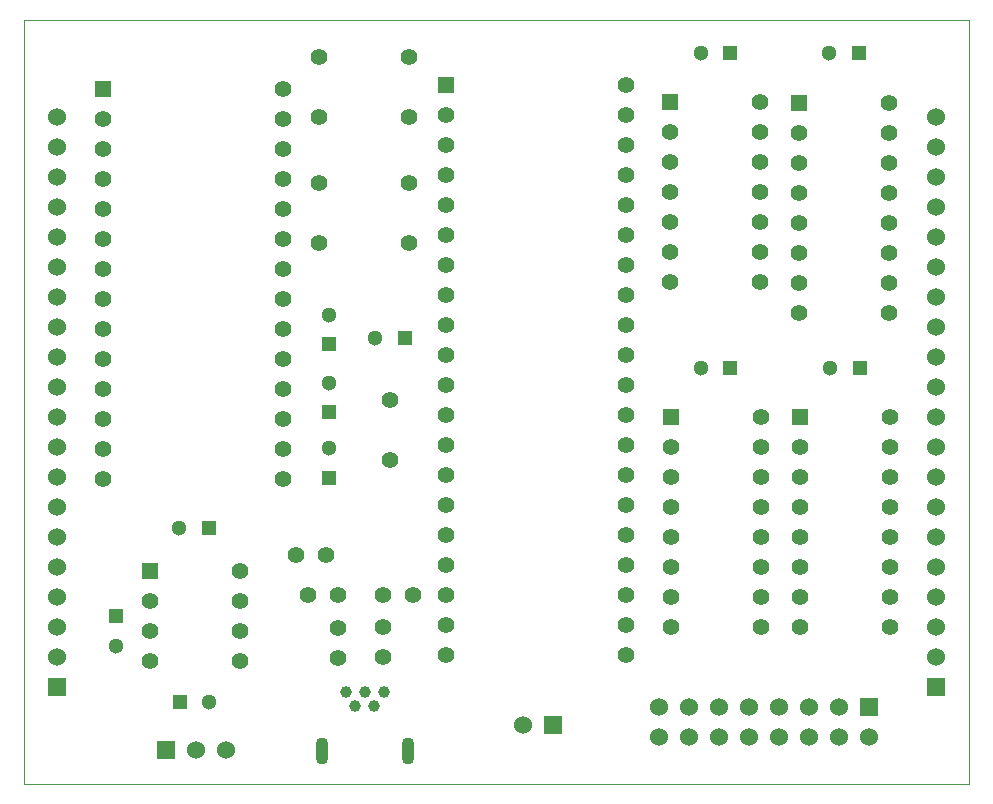
<source format=gbs>
G04 #@! TF.FileFunction,Soldermask,Bot*
%FSLAX46Y46*%
G04 Gerber Fmt 4.6, Leading zero omitted, Abs format (unit mm)*
G04 Created by KiCad (PCBNEW 4.0.0-rc2-stable) date 03.12.2015 10:46:45*
%MOMM*%
G01*
G04 APERTURE LIST*
%ADD10C,0.150000*%
%ADD11C,0.100000*%
%ADD12R,1.300000X1.300000*%
%ADD13C,1.300000*%
%ADD14R,1.397000X1.397000*%
%ADD15C,1.397000*%
%ADD16O,1.100000X2.300000*%
%ADD17C,1.000000*%
%ADD18C,1.422400*%
%ADD19R,1.524000X1.524000*%
%ADD20C,1.524000*%
G04 APERTURE END LIST*
D10*
D11*
X184607200Y-131076700D02*
X184607200Y-128587500D01*
X104622600Y-131076700D02*
X184607200Y-131076700D01*
X104622600Y-128587500D02*
X104622600Y-131076700D01*
X184607200Y-66370200D02*
X184607200Y-68872100D01*
X104622600Y-66370200D02*
X184607200Y-66370200D01*
X104622600Y-68872100D02*
X104622600Y-66370200D01*
X184607200Y-128587500D02*
X184607200Y-68872100D01*
X104622600Y-68872100D02*
X104622600Y-128587500D01*
D12*
X164414200Y-69176900D03*
D13*
X161914200Y-69176900D03*
D12*
X130390900Y-99568000D03*
D13*
X130390900Y-97068000D03*
D12*
X130390900Y-105105200D03*
D13*
X130390900Y-102605200D03*
D12*
X112433100Y-116840000D03*
D13*
X112433100Y-119340000D03*
D12*
X117805200Y-124129800D03*
D13*
X120305200Y-124129800D03*
D12*
X175285400Y-69176900D03*
D13*
X172785400Y-69176900D03*
D12*
X164414200Y-95821500D03*
D13*
X161914200Y-95821500D03*
D12*
X175348900Y-95859600D03*
D13*
X172848900Y-95859600D03*
D12*
X120256300Y-109410500D03*
D13*
X117756300Y-109410500D03*
D12*
X130390900Y-93840300D03*
D13*
X130390900Y-91340300D03*
D12*
X136842500Y-93281500D03*
D13*
X134342500Y-93281500D03*
D14*
X140322000Y-71843900D03*
D15*
X140322000Y-74383900D03*
X140322000Y-76923900D03*
X140322000Y-79463900D03*
X140322000Y-82003900D03*
X140322000Y-84543900D03*
X140322000Y-87083900D03*
X140322000Y-89623900D03*
X140322000Y-92163900D03*
X140322000Y-94703900D03*
X140322000Y-97243900D03*
X140322000Y-99783900D03*
X140322000Y-102323900D03*
X140322000Y-104863900D03*
X140322000Y-107403900D03*
X140322000Y-109943900D03*
X140322000Y-112483900D03*
X140322000Y-115023900D03*
X140322000Y-117563900D03*
X140322000Y-120103900D03*
X155562000Y-120103900D03*
X155562000Y-117563900D03*
X155562000Y-115023900D03*
X155562000Y-112483900D03*
X155562000Y-109943900D03*
X155562000Y-107403900D03*
X155562000Y-104863900D03*
X155562000Y-102323900D03*
X155562000Y-99783900D03*
X155562000Y-97243900D03*
X155562000Y-94703900D03*
X155562000Y-92163900D03*
X155562000Y-89623900D03*
X155562000Y-87083900D03*
X155562000Y-84543900D03*
X155562000Y-82003900D03*
X155562000Y-79463900D03*
X155562000Y-76923900D03*
X155562000Y-74383900D03*
X155562000Y-71843900D03*
D16*
X137114000Y-128294000D03*
X129814000Y-128294000D03*
D17*
X134264000Y-124444000D03*
X132664000Y-124444000D03*
X135064000Y-123244000D03*
X133464000Y-123244000D03*
X131864000Y-123244000D03*
D15*
X127635000Y-111633000D03*
X130175000Y-111633000D03*
X131153000Y-117805000D03*
X131153000Y-120345000D03*
X134976000Y-117792000D03*
X134976000Y-120332000D03*
X137198000Y-69469000D03*
X137198000Y-74549000D03*
X129578000Y-69469000D03*
X129578000Y-74549000D03*
X137198000Y-80162400D03*
X137198000Y-85242400D03*
X129578000Y-80162400D03*
X129578000Y-85242400D03*
D14*
X159322000Y-73342500D03*
D15*
X159322000Y-75882500D03*
X159322000Y-78422500D03*
X159322000Y-80962500D03*
X159322000Y-83502500D03*
X159322000Y-86042500D03*
X159322000Y-88582500D03*
X166942000Y-88582500D03*
X166942000Y-86042500D03*
X166942000Y-83502500D03*
X166942000Y-80962500D03*
X166942000Y-78422500D03*
X166942000Y-75882500D03*
X166942000Y-73342500D03*
D14*
X115252000Y-113030000D03*
D15*
X115252000Y-115570000D03*
X115252000Y-118110000D03*
X115252000Y-120650000D03*
X122872000Y-120650000D03*
X122872000Y-118110000D03*
X122872000Y-115570000D03*
X122872000Y-113030000D03*
D14*
X159347000Y-99974000D03*
D15*
X159347000Y-102514000D03*
X159347000Y-105054000D03*
X159347000Y-107594000D03*
X159347000Y-110134000D03*
X159347000Y-112674000D03*
X159347000Y-115214000D03*
X159347000Y-117754000D03*
X166967000Y-117754000D03*
X166967000Y-115214000D03*
X166967000Y-112674000D03*
X166967000Y-110134000D03*
X166967000Y-107594000D03*
X166967000Y-105054000D03*
X166967000Y-102514000D03*
X166967000Y-99974000D03*
D14*
X170218000Y-73355200D03*
D15*
X170218000Y-75895200D03*
X170218000Y-78435200D03*
X170218000Y-80975200D03*
X170218000Y-83515200D03*
X170218000Y-86055200D03*
X170218000Y-88595200D03*
X170218000Y-91135200D03*
X177838000Y-91135200D03*
X177838000Y-88595200D03*
X177838000Y-86055200D03*
X177838000Y-83515200D03*
X177838000Y-80975200D03*
X177838000Y-78435200D03*
X177838000Y-75895200D03*
X177838000Y-73355200D03*
D14*
X170307000Y-99962000D03*
D15*
X170307000Y-102502000D03*
X170307000Y-105042000D03*
X170307000Y-107582000D03*
X170307000Y-110122000D03*
X170307000Y-112662000D03*
X170307000Y-115202000D03*
X170307000Y-117742000D03*
X177927000Y-117742000D03*
X177927000Y-115202000D03*
X177927000Y-112662000D03*
X177927000Y-110122000D03*
X177927000Y-107582000D03*
X177927000Y-105042000D03*
X177927000Y-102502000D03*
X177927000Y-99962000D03*
D14*
X111277000Y-72237600D03*
D15*
X111277000Y-74777600D03*
X111277000Y-77317600D03*
X111277000Y-79857600D03*
X111277000Y-82397600D03*
X111277000Y-84937600D03*
X111277000Y-87477600D03*
X111277000Y-90017600D03*
X111277000Y-92557600D03*
X111277000Y-95097600D03*
X111277000Y-97637600D03*
X111277000Y-100177600D03*
X111277000Y-102717600D03*
X111277000Y-105257600D03*
X126517000Y-105257600D03*
X126517000Y-102717600D03*
X126517000Y-100177600D03*
X126517000Y-97637600D03*
X126517000Y-95097600D03*
X126517000Y-92557600D03*
X126517000Y-90017600D03*
X126517000Y-87477600D03*
X126517000Y-84937600D03*
X126517000Y-82397600D03*
X126517000Y-79857600D03*
X126517000Y-77317600D03*
X126517000Y-74777600D03*
X126517000Y-72237600D03*
D18*
X135572000Y-103632000D03*
X135572000Y-98552000D03*
D19*
X149390100Y-126034800D03*
D20*
X146850100Y-126034800D03*
D19*
X107378500Y-122859800D03*
D20*
X107378500Y-120319800D03*
X107378500Y-117779800D03*
X107378500Y-115239800D03*
X107378500Y-112699800D03*
X107378500Y-110159800D03*
X107378500Y-107619800D03*
X107378500Y-105079800D03*
X107378500Y-102539800D03*
X107378500Y-99999800D03*
X107378500Y-97459800D03*
X107378500Y-94919800D03*
X107378500Y-92379800D03*
X107378500Y-89839800D03*
X107378500Y-87299800D03*
X107378500Y-84759800D03*
X107378500Y-82219800D03*
X107378500Y-79679800D03*
X107378500Y-77139800D03*
X107378500Y-74599800D03*
D19*
X181851300Y-122859800D03*
D20*
X181851300Y-120319800D03*
X181851300Y-117779800D03*
X181851300Y-115239800D03*
X181851300Y-112699800D03*
X181851300Y-110159800D03*
X181851300Y-107619800D03*
X181851300Y-105079800D03*
X181851300Y-102539800D03*
X181851300Y-99999800D03*
X181851300Y-97459800D03*
X181851300Y-94919800D03*
X181851300Y-92379800D03*
X181851300Y-89839800D03*
X181851300Y-87299800D03*
X181851300Y-84759800D03*
X181851300Y-82219800D03*
X181851300Y-79679800D03*
X181851300Y-77139800D03*
X181851300Y-74599800D03*
D19*
X176174400Y-124536200D03*
D20*
X176174400Y-127076200D03*
X173634400Y-124536200D03*
X173634400Y-127076200D03*
X171094400Y-124536200D03*
X171094400Y-127076200D03*
X168554400Y-124536200D03*
X168554400Y-127076200D03*
X166014400Y-124536200D03*
X166014400Y-127076200D03*
X163474400Y-124536200D03*
X163474400Y-127076200D03*
X160934400Y-124536200D03*
X160934400Y-127076200D03*
X158394400Y-124536200D03*
X158394400Y-127076200D03*
D19*
X116598700Y-128168400D03*
D20*
X119138700Y-128168400D03*
X121678700Y-128168400D03*
D15*
X131152900Y-115036600D03*
X128612900Y-115036600D03*
X134975600Y-115049300D03*
X137515600Y-115049300D03*
M02*

</source>
